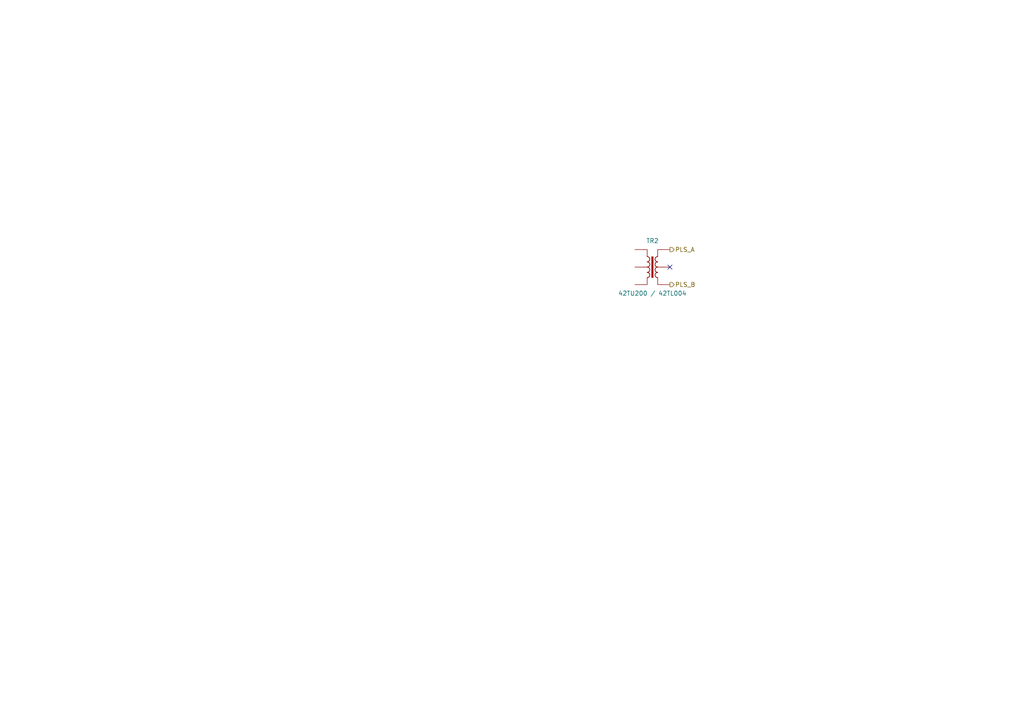
<source format=kicad_sch>
(kicad_sch (version 20230121) (generator eeschema)
  (paper "A4")
  (title_block (title "Pulse Control") (date "2023-12-06") (company "${Author}") (comment 1 "${Project}"))
  (lib_symbols
    (symbol "Transformer:TRANSF5" (pin_numbers hide) (pin_names (offset 0))
      (property "Reference" "TR" (at 0 6.35 0))
      (property "Value" "TRANSF5" (at 0 -6.35 0))
      (symbol "TRANSF5_0_1"
        (arc (start -1.524 -3.048) (mid -0.7653 -2.286) (end -1.524 -1.524) (stroke (width 0.2032)))
        (arc (start -1.524 -1.524) (mid -0.7653 -0.762) (end -1.524 0) (stroke (width 0.2032)))
        (arc (start -1.524 0) (mid -0.7653 0.762) (end -1.524 1.524) (stroke (width 0.2032)))
        (arc (start -1.524 1.524) (mid -0.7653 2.286) (end -1.524 3.048) (stroke (width 0.2032)))
        (rectangle (start -0.254 3.048) (end 0.254 -3.048) (stroke (width 0.0254)) (fill (type outline)))
        (polyline (pts (xy -1.524 0) (xy -2.54 0) (xy -2.54 0)) (fill (type outline)))
        (polyline (pts (xy 1.524 0) (xy 2.54 0) (xy 2.54 0)) (fill (type outline)))
        (polyline (pts (xy -2.54 5.08) (xy -1.524 5.08) (xy -1.524 3.048) (xy -1.524 3.048)) (stroke (width 0.1524)))
        (polyline (pts (xy -1.524 -3.048) (xy -1.524 -5.08) (xy -2.54 -5.08) (xy -2.54 -5.08)) (stroke (width 0.1524)))
        (polyline (pts (xy 1.524 3.048) (xy 1.524 5.08) (xy 2.54 5.08) (xy 2.54 5.08)) (stroke (width 0.1524)))
        (polyline (pts (xy 2.54 -5.08) (xy 1.524 -5.08) (xy 1.524 -3.048) (xy 1.524 -3.048)) (stroke (width 0.1524)))
        (arc (start 1.524 -1.524) (mid 0.7653 -2.286) (end 1.524 -3.048) (stroke (width 0.2032)))
        (arc (start 1.524 0) (mid 0.7653 -0.762) (end 1.524 -1.524) (stroke (width 0.2032)))
        (arc (start 1.524 1.524) (mid 0.7653 0.762) (end 1.524 0) (stroke (width 0.2032)))
        (arc (start 1.524 3.048) (mid 0.7653 2.286) (end 1.524 1.524) (stroke (width 0.2032)))
      )
      (symbol "TRANSF5_1_1"
        (pin passive line (at -5.08 5.08 0) (length 2.54) (name "~") (number "1"))
        (pin passive line (at -5.08 0 0) (length 2.54) (name "~") (number "2"))
        (pin passive line (at -5.08 -5.08 0) (length 2.54) (name "~") (number "3"))
        (pin passive line (at 5.08 -5.08 180) (length 2.54) (name "~") (number "4"))
        (pin passive line (at 5.08 0 180) (length 2.54) (name "~") (number "5"))
        (pin passive line (at 5.08 5.08 180) (length 2.54) (name "~") (number "6"))
      )
    )
  )
  (no_connect (at 194.31 77.47))
  (hierarchical_label "PLS_B" (shape output) (at 194.31 82.55 0))
  (hierarchical_label "PLS_A" (shape output) (at 194.31 72.39 0))
  (symbol (lib_id "Transformer:TRANSF5") (at 189.23 77.47 0) (unit 1)
    (property "Reference" "TR2" (at 189.23 69.85 0))
    (property "Value" "42TU200 / 42TL004" (at 189.23 85.09 0))
  )
)
</source>
